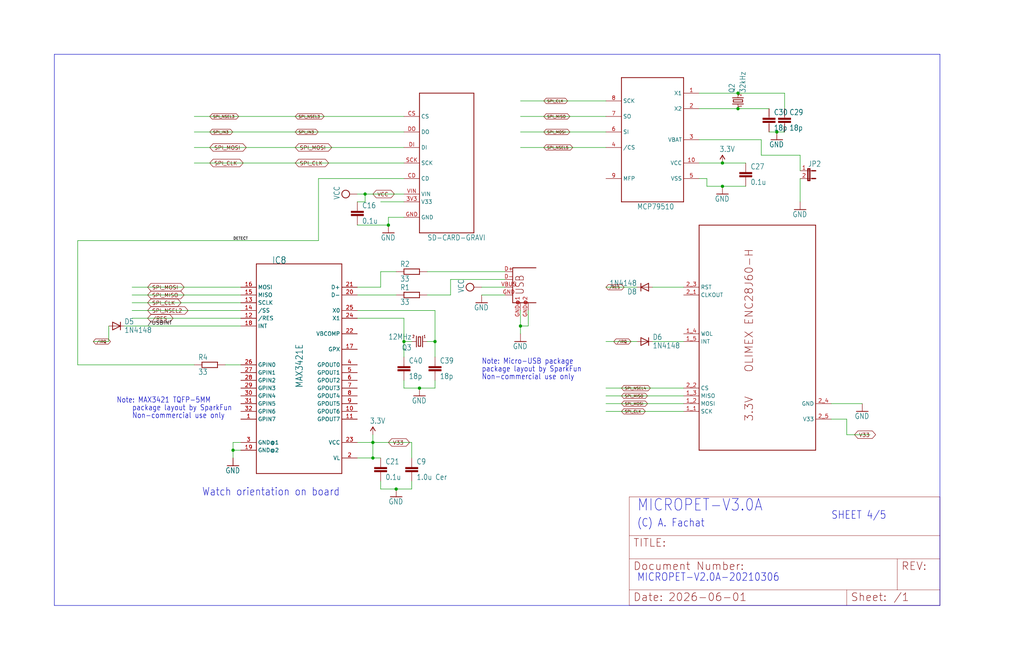
<source format=kicad_sch>
(kicad_sch (version 20231120) (generator "eeschema") (generator_version "8.0")
  (paper "User" 334.823 218.592)
  (lib_symbols
    (symbol "micropet_v3-eagle-import:3.3V" (power)
      (property "Value" "3.3V" (at -1.016 3.556 0))
      (symbol "3.3V_1_0"
        (polyline (pts (xy 0 2.54) (xy -0.762 1.27)) (stroke (width 0.254)))
        (polyline (pts (xy 0.762 1.27) (xy 0 2.54)) (stroke (width 0.254)))
        (pin power_in line (at 0 0 90) (length 2.54) (name "3.3V") (number "1"))
      )
    )
    (symbol "micropet_v3-eagle-import:C-EUC0603"
      (property "Reference" "C" (at 1.524 0.381 0))
      (symbol "C-EUC0603_1_0"
        (rectangle (start -2.032 -2.032) (end 2.032 -1.524) (fill (type outline)))
        (rectangle (start -2.032 -1.016) (end 2.032 -0.508) (fill (type outline)))
        (polyline (pts (xy 0 -2.54) (xy 0 -2.032)) (stroke (width 0.1524)))
        (polyline (pts (xy 0 0) (xy 0 -0.508)) (stroke (width 0.1524)))
        (pin passive line (at 0 2.54 270) (length 2.54) (name "1") (number "1"))
        (pin passive line (at 0 -5.08 90) (length 2.54) (name "2") (number "2"))
      )
    )
    (symbol "micropet_v3-eagle-import:CRYSTALHC49S"
      (property "Reference" "Q" (at 2.54 1.016 0))
      (symbol "CRYSTALHC49S_1_0"
        (polyline (pts (xy -2.54 0) (xy -1.016 0)) (stroke (width 0.1524)))
        (polyline (pts (xy -1.016 1.778) (xy -1.016 -1.778)) (stroke (width 0.254)))
        (polyline (pts (xy -0.381 -1.524) (xy 0.381 -1.524)) (stroke (width 0.254)))
        (polyline (pts (xy -0.381 1.524) (xy -0.381 -1.524)) (stroke (width 0.254)))
        (polyline (pts (xy 0.381 -1.524) (xy 0.381 1.524)) (stroke (width 0.254)))
        (polyline (pts (xy 0.381 1.524) (xy -0.381 1.524)) (stroke (width 0.254)))
        (polyline (pts (xy 1.016 0) (xy 2.54 0)) (stroke (width 0.1524)))
        (polyline (pts (xy 1.016 1.778) (xy 1.016 -1.778)) (stroke (width 0.254)))
        (text "1" (at -2.159 -1.143 0) (effects (font (size 0.8636 0.734)) (justify left bottom)))
        (text "2" (at 1.524 -1.143 0) (effects (font (size 0.8636 0.734)) (justify left bottom)))
        (pin passive line (at -2.54 0 0) (length 0) (name "1") (number "1"))
        (pin passive line (at 2.54 0 180) (length 0) (name "2") (number "2"))
      )
    )
    (symbol "micropet_v3-eagle-import:CRYSTALTC26H"
      (property "Reference" "Q" (at 2.54 1.016 0))
      (symbol "CRYSTALTC26H_1_0"
        (polyline (pts (xy -2.54 0) (xy -1.016 0)) (stroke (width 0.1524)))
        (polyline (pts (xy -1.016 1.778) (xy -1.016 -1.778)) (stroke (width 0.254)))
        (polyline (pts (xy -0.381 -1.524) (xy 0.381 -1.524)) (stroke (width 0.254)))
        (polyline (pts (xy -0.381 1.524) (xy -0.381 -1.524)) (stroke (width 0.254)))
        (polyline (pts (xy 0.381 -1.524) (xy 0.381 1.524)) (stroke (width 0.254)))
        (polyline (pts (xy 0.381 1.524) (xy -0.381 1.524)) (stroke (width 0.254)))
        (polyline (pts (xy 1.016 0) (xy 2.54 0)) (stroke (width 0.1524)))
        (polyline (pts (xy 1.016 1.778) (xy 1.016 -1.778)) (stroke (width 0.254)))
        (text "1" (at -2.159 -1.143 0) (effects (font (size 0.8636 0.734)) (justify left bottom)))
        (text "2" (at 1.524 -1.143 0) (effects (font (size 0.8636 0.734)) (justify left bottom)))
        (pin passive line (at -2.54 0 0) (length 0) (name "1") (number "1"))
        (pin passive line (at 2.54 0 180) (length 0) (name "2") (number "2"))
      )
    )
    (symbol "micropet_v3-eagle-import:DIODE-D-5"
      (property "Reference" "D" (at 2.54 0.4826 0))
      (symbol "DIODE-D-5_1_0"
        (polyline (pts (xy -1.27 -1.27) (xy 1.27 0)) (stroke (width 0.254)))
        (polyline (pts (xy -1.27 1.27) (xy -1.27 -1.27)) (stroke (width 0.254)))
        (polyline (pts (xy 1.27 0) (xy -1.27 1.27)) (stroke (width 0.254)))
        (polyline (pts (xy 1.27 0) (xy 1.27 -1.27)) (stroke (width 0.254)))
        (polyline (pts (xy 1.27 1.27) (xy 1.27 0)) (stroke (width 0.254)))
        (pin passive line (at -2.54 0 0) (length 2.54) (name "A") (number "A"))
        (pin passive line (at 2.54 0 180) (length 2.54) (name "C") (number "C"))
      )
    )
    (symbol "micropet_v3-eagle-import:DOCFIELD"
      (symbol "DOCFIELD_1_0"
        (polyline (pts (xy 0 0) (xy 0 5.08)) (stroke (width 0.1016)))
        (polyline (pts (xy 0 0) (xy 71.12 0)) (stroke (width 0.1016)))
        (polyline (pts (xy 0 5.08) (xy 0 15.24)) (stroke (width 0.1016)))
        (polyline (pts (xy 0 5.08) (xy 71.12 5.08)) (stroke (width 0.1016)))
        (polyline (pts (xy 0 15.24) (xy 0 22.86)) (stroke (width 0.1016)))
        (polyline (pts (xy 0 22.86) (xy 0 35.56)) (stroke (width 0.1016)))
        (polyline (pts (xy 0 22.86) (xy 101.6 22.86)) (stroke (width 0.1016)))
        (polyline (pts (xy 71.12 0) (xy 101.6 0)) (stroke (width 0.1016)))
        (polyline (pts (xy 71.12 5.08) (xy 71.12 0)) (stroke (width 0.1016)))
        (polyline (pts (xy 71.12 5.08) (xy 87.63 5.08)) (stroke (width 0.1016)))
        (polyline (pts (xy 87.63 5.08) (xy 101.6 5.08)) (stroke (width 0.1016)))
        (polyline (pts (xy 87.63 15.24) (xy 0 15.24)) (stroke (width 0.1016)))
        (polyline (pts (xy 87.63 15.24) (xy 87.63 5.08)) (stroke (width 0.1016)))
        (polyline (pts (xy 101.6 5.08) (xy 101.6 0)) (stroke (width 0.1016)))
        (polyline (pts (xy 101.6 15.24) (xy 87.63 15.24)) (stroke (width 0.1016)))
        (polyline (pts (xy 101.6 15.24) (xy 101.6 5.08)) (stroke (width 0.1016)))
        (polyline (pts (xy 101.6 22.86) (xy 101.6 15.24)) (stroke (width 0.1016)))
        (polyline (pts (xy 101.6 35.56) (xy 0 35.56)) (stroke (width 0.1016)))
        (polyline (pts (xy 101.6 35.56) (xy 101.6 22.86)) (stroke (width 0.1016)))
        (text "${#}/${##}" (at 86.36 1.27 0) (effects (font (size 2.54 2.54)) (justify left bottom)))
        (text "${CURRENT_DATE}" (at 12.7 1.27 0) (effects (font (size 2.54 2.54)) (justify left bottom)))
        (text "${PROJECTNAME}" (at 17.78 19.05 0) (effects (font (size 2.54 2.54)) (justify left bottom)))
        (text "Date:" (at 1.27 1.27 0) (effects (font (size 2.54 2.54)) (justify left bottom)))
        (text "Document Number:" (at 1.27 11.43 0) (effects (font (size 2.54 2.54)) (justify left bottom)))
        (text "REV:" (at 88.9 11.43 0) (effects (font (size 2.54 2.54)) (justify left bottom)))
        (text "Sheet:" (at 72.39 1.27 0) (effects (font (size 2.54 2.54)) (justify left bottom)))
        (text "TITLE:" (at 1.27 19.05 0) (effects (font (size 2.54 2.54)) (justify left bottom)))
      )
    )
    (symbol "micropet_v3-eagle-import:ETHOLIENC"
      (symbol "ETHOLIENC_1_0"
        (polyline (pts (xy -17.78 -35.56) (xy -17.78 38.1)) (stroke (width 0.254)))
        (polyline (pts (xy -17.78 38.1) (xy 20.32 38.1)) (stroke (width 0.254)))
        (polyline (pts (xy 20.32 -35.56) (xy -17.78 -35.56)) (stroke (width 0.254)))
        (polyline (pts (xy 20.32 38.1) (xy 20.32 -35.56)) (stroke (width 0.254)))
        (text "3.3V" (at 2.54 20.32 900) (effects (font (size 2.54 2.54)) (justify left bottom)))
        (text "OLIMEX ENC28J60-H" (at 2.54 -27.94 900) (effects (font (size 2.54 2.54)) (justify left bottom)))
        (pin bidirectional line (at 25.4 25.4 180) (length 5.08) (name "SCK") (number "1_1"))
        (pin bidirectional line (at 25.4 22.86 180) (length 5.08) (name "MOSI") (number "1_2"))
        (pin bidirectional line (at 25.4 20.32 180) (length 5.08) (name "MISO") (number "1_3"))
        (pin bidirectional line (at 25.4 0 180) (length 5.08) (name "WOL") (number "1_4"))
        (pin bidirectional line (at 25.4 2.54 180) (length 5.08) (name "INT") (number "1_5"))
        (pin bidirectional line (at 25.4 -12.7 180) (length 5.08) (name "CLKOUT") (number "2_1"))
        (pin bidirectional line (at 25.4 17.78 180) (length 5.08) (name "CS") (number "2_2"))
        (pin bidirectional line (at 25.4 -15.24 180) (length 5.08) (name "RST") (number "2_3"))
        (pin bidirectional line (at -22.86 22.86 0) (length 5.08) (name "GND") (number "2_4"))
        (pin bidirectional line (at -22.86 27.94 0) (length 5.08) (name "V33") (number "2_5"))
      )
    )
    (symbol "micropet_v3-eagle-import:GND" (power)
      (property "Value" "GND" (at -2.54 -2.54 0))
      (symbol "GND_1_0"
        (polyline (pts (xy -1.905 0) (xy 1.905 0)) (stroke (width 0.254)))
        (pin power_in line (at 0 2.54 270) (length 2.54) (name "GND") (number "1"))
      )
    )
    (symbol "micropet_v3-eagle-import:JP1E"
      (property "Reference" "JP" (at -1.27 0 90))
      (symbol "JP1E_1_0"
        (polyline (pts (xy -0.635 0) (xy 3.175 0)) (stroke (width 0.4064)))
        (polyline (pts (xy -0.635 0.635) (xy -0.635 0)) (stroke (width 0.4064)))
        (polyline (pts (xy 0 0) (xy 0 1.27)) (stroke (width 0.1524)))
        (polyline (pts (xy 0 2.54) (xy 0 1.27)) (stroke (width 0.4064)))
        (polyline (pts (xy 2.54 0) (xy 2.54 1.27)) (stroke (width 0.1524)))
        (polyline (pts (xy 2.54 2.54) (xy 2.54 1.27)) (stroke (width 0.4064)))
        (polyline (pts (xy 3.175 0) (xy 3.175 0.635)) (stroke (width 0.4064)))
        (polyline (pts (xy 3.175 0.635) (xy -0.635 0.635)) (stroke (width 0.4064)))
        (pin passive line (at 0 -2.54 90) (length 2.54) (name "1") (number "1"))
        (pin passive line (at 2.54 -2.54 90) (length 2.54) (name "2") (number "2"))
      )
    )
    (symbol "micropet_v3-eagle-import:MAX3421E"
      (property "Reference" "IC" (at -15.24 22.86 0))
      (symbol "MAX3421E_1_0"
        (polyline (pts (xy -20.32 -45.72) (xy -20.32 22.86)) (stroke (width 0.254)))
        (polyline (pts (xy -20.32 22.86) (xy 7.62 22.86)) (stroke (width 0.254)))
        (polyline (pts (xy 7.62 -45.72) (xy -20.32 -45.72)) (stroke (width 0.254)))
        (polyline (pts (xy 7.62 22.86) (xy 7.62 -45.72)) (stroke (width 0.254)))
        (pin input line (at -25.4 -27.94 0) (length 5.08) (name "GPIN7") (number "1"))
        (pin output line (at 12.7 -25.4 180) (length 5.08) (name "GPOUT6") (number "10"))
        (pin output line (at 12.7 -27.94 180) (length 5.08) (name "GPOUT7") (number "11"))
        (pin input line (at -25.4 5.08 0) (length 5.08) (name "/RES") (number "12"))
        (pin input line (at -25.4 10.16 0) (length 5.08) (name "SCLK") (number "13"))
        (pin input line (at -25.4 7.62 0) (length 5.08) (name "/SS") (number "14"))
        (pin output line (at -25.4 12.7 0) (length 5.08) (name "MISO") (number "15"))
        (pin input line (at -25.4 15.24 0) (length 5.08) (name "MOSI") (number "16"))
        (pin bidirectional line (at 12.7 -5.08 180) (length 5.08) (name "GPX") (number "17"))
        (pin output line (at -25.4 2.54 0) (length 5.08) (name "INT") (number "18"))
        (pin power_in line (at -25.4 -38.1 0) (length 5.08) (name "GND@2") (number "19"))
        (pin power_in line (at 12.7 -40.64 180) (length 5.08) (name "VL") (number "2"))
        (pin bidirectional line (at 12.7 12.7 180) (length 5.08) (name "D-") (number "20"))
        (pin bidirectional line (at 12.7 15.24 180) (length 5.08) (name "D+") (number "21"))
        (pin bidirectional line (at 12.7 0 180) (length 5.08) (name "VBCOMP") (number "22"))
        (pin power_in line (at 12.7 -35.56 180) (length 5.08) (name "VCC") (number "23"))
        (pin bidirectional line (at 12.7 5.08 180) (length 5.08) (name "X1") (number "24"))
        (pin bidirectional line (at 12.7 7.62 180) (length 5.08) (name "X0") (number "25"))
        (pin input line (at -25.4 -10.16 0) (length 5.08) (name "GPIN0") (number "26"))
        (pin input line (at -25.4 -12.7 0) (length 5.08) (name "GPIN1") (number "27"))
        (pin input line (at -25.4 -15.24 0) (length 5.08) (name "GPIN2") (number "28"))
        (pin input line (at -25.4 -17.78 0) (length 5.08) (name "GPIN3") (number "29"))
        (pin power_in line (at -25.4 -35.56 0) (length 5.08) (name "GND@1") (number "3"))
        (pin input line (at -25.4 -20.32 0) (length 5.08) (name "GPIN4") (number "30"))
        (pin input line (at -25.4 -22.86 0) (length 5.08) (name "GPIN5") (number "31"))
        (pin input line (at -25.4 -25.4 0) (length 5.08) (name "GPIN6") (number "32"))
        (pin output line (at 12.7 -10.16 180) (length 5.08) (name "GPOUT0") (number "4"))
        (pin output line (at 12.7 -12.7 180) (length 5.08) (name "GPOUT1") (number "5"))
        (pin output line (at 12.7 -15.24 180) (length 5.08) (name "GPOUT2") (number "6"))
        (pin output line (at 12.7 -17.78 180) (length 5.08) (name "GPOUT3") (number "7"))
        (pin output line (at 12.7 -20.32 180) (length 5.08) (name "GPOUT4") (number "8"))
        (pin output line (at 12.7 -22.86 180) (length 5.08) (name "GPOUT5") (number "9"))
      )
    )
    (symbol "micropet_v3-eagle-import:MCP79510"
      (symbol "MCP79510_1_0"
        (polyline (pts (xy -10.16 -22.86) (xy -10.16 17.78)) (stroke (width 0.254)))
        (polyline (pts (xy -10.16 17.78) (xy 10.16 17.78)) (stroke (width 0.254)))
        (polyline (pts (xy 10.16 -22.86) (xy -10.16 -22.86)) (stroke (width 0.254)))
        (polyline (pts (xy 10.16 17.78) (xy 10.16 -22.86)) (stroke (width 0.254)))
        (pin bidirectional line (at 15.24 12.7 180) (length 5.08) (name "X1") (number "1"))
        (pin bidirectional line (at 15.24 -10.16 180) (length 5.08) (name "VCC") (number "10"))
        (pin bidirectional line (at 15.24 7.62 180) (length 5.08) (name "X2") (number "2"))
        (pin bidirectional line (at 15.24 -2.54 180) (length 5.08) (name "VBAT") (number "3"))
        (pin bidirectional line (at -15.24 -5.08 0) (length 5.08) (name "/CS") (number "4"))
        (pin bidirectional line (at 15.24 -15.24 180) (length 5.08) (name "VSS") (number "5"))
        (pin bidirectional line (at -15.24 0 0) (length 5.08) (name "SI") (number "6"))
        (pin bidirectional line (at -15.24 5.08 0) (length 5.08) (name "SO") (number "7"))
        (pin bidirectional line (at -15.24 10.16 0) (length 5.08) (name "SCK") (number "8"))
        (pin bidirectional line (at -15.24 -15.24 0) (length 5.08) (name "MFP") (number "9"))
      )
    )
    (symbol "micropet_v3-eagle-import:R-EU_0204/7"
      (property "Reference" "R" (at -3.81 1.4986 0))
      (symbol "R-EU_0204/7_1_0"
        (polyline (pts (xy -2.54 -0.889) (xy -2.54 0.889)) (stroke (width 0.254)))
        (polyline (pts (xy -2.54 -0.889) (xy 2.54 -0.889)) (stroke (width 0.254)))
        (polyline (pts (xy 2.54 -0.889) (xy 2.54 0.889)) (stroke (width 0.254)))
        (polyline (pts (xy 2.54 0.889) (xy -2.54 0.889)) (stroke (width 0.254)))
        (pin passive line (at -5.08 0 0) (length 2.54) (name "1") (number "1"))
        (pin passive line (at 5.08 0 180) (length 2.54) (name "2") (number "2"))
      )
    )
    (symbol "micropet_v3-eagle-import:SD-CARD-GRAVI"
      (symbol "SD-CARD-GRAVI_1_0"
        (polyline (pts (xy -7.62 -22.86) (xy -7.62 22.86)) (stroke (width 0.254)))
        (polyline (pts (xy -7.62 22.86) (xy 10.16 22.86)) (stroke (width 0.254)))
        (polyline (pts (xy 10.16 -22.86) (xy -7.62 -22.86)) (stroke (width 0.254)))
        (polyline (pts (xy 10.16 22.86) (xy 10.16 -22.86)) (stroke (width 0.254)))
        (pin power_in line (at -12.7 -12.7 0) (length 5.08) (name "V33") (number "3V3"))
        (pin input line (at -12.7 -5.08 0) (length 5.08) (name "CD") (number "CD"))
        (pin bidirectional line (at -12.7 15.24 0) (length 5.08) (name "CS") (number "CS"))
        (pin input line (at -12.7 5.08 0) (length 5.08) (name "DI") (number "DI"))
        (pin bidirectional line (at -12.7 10.16 0) (length 5.08) (name "DO") (number "DO"))
        (pin power_in line (at -12.7 -17.78 0) (length 5.08) (name "GND") (number "GND"))
        (pin input line (at -12.7 0 0) (length 5.08) (name "SCK") (number "SCK"))
        (pin power_in line (at -12.7 -10.16 0) (length 5.08) (name "VIN") (number "VIN"))
      )
    )
    (symbol "micropet_v3-eagle-import:USB-A-H"
      (symbol "USB-A-H_1_0"
        (polyline (pts (xy 0 -2.54) (xy 7.62 -2.54)) (stroke (width 0.254)))
        (polyline (pts (xy 0 8.89) (xy 0 -2.54)) (stroke (width 0.254)))
        (polyline (pts (xy 7.62 8.89) (xy 0 8.89)) (stroke (width 0.254)))
        (text "USB" (at 3.81 0 900) (effects (font (size 2.54 2.159)) (justify left bottom)))
        (pin bidirectional line (at -2.54 7.62 0) (length 2.54) (name "D+") (number "D+"))
        (pin bidirectional line (at -2.54 5.08 0) (length 2.54) (name "D-") (number "D-"))
        (pin bidirectional line (at -2.54 0 0) (length 2.54) (name "GND") (number "GND"))
        (pin bidirectional line (at 2.54 -5.08 90) (length 2.54) (name "GND@1") (number "GND@1"))
        (pin bidirectional line (at 5.08 -5.08 90) (length 2.54) (name "GND@2") (number "GND@2"))
        (pin bidirectional line (at -2.54 2.54 0) (length 2.54) (name "VBUS") (number "VBUS"))
      )
    )
    (symbol "micropet_v3-eagle-import:VCC" (power)
      (property "Value" "VCC" (at -1.905 3.175 0))
      (symbol "VCC_1_0"
        (circle (center 0 1.27) (radius 1.27) (stroke (width 0.254)))
        (pin power_in line (at 0 -2.54 90) (length 2.54) (name "VCC") (number "1"))
      )
    )
  )
  (junction (at 241.3 30.48))
  (junction (at 129.54 160.02))
  (junction (at 142.24 111.76))
  (junction (at 236.22 60.96))
  (junction (at 76.2 147.32))
  (junction (at 127 73.66))
  (junction (at 254 43.18))
  (junction (at 132.08 111.76))
  (junction (at 121.92 144.78))
  (junction (at 236.22 53.34))
  (junction (at 137.16 127))
  (junction (at 241.3 35.56))
  (junction (at 170.18 106.68))
  (junction (at 121.92 149.86))
  (junction (at 119.38 63.5))
  (wire (pts (xy 121.92 149.86) (xy 121.92 144.78)) (stroke (width 0.1524)))
  (wire (pts (xy 276.86 137.16) (xy 276.86 142.24)) (stroke (width 0.1524)))
  (wire (pts (xy 208.28 93.98) (xy 198.12 93.98)) (stroke (width 0.1524)))
  (wire (pts (xy 124.46 93.98) (xy 124.46 88.9)) (stroke (width 0.1524)))
  (wire (pts (xy 147.32 96.52) (xy 147.32 91.44)) (stroke (width 0.1524)))
  (wire (pts (xy 104.14 58.42) (xy 104.14 78.74)) (stroke (width 0.1524)))
  (wire (pts (xy 35.56 111.76) (xy 35.56 106.68)) (stroke (width 0.1524)))
  (wire (pts (xy 78.74 93.98) (xy 43.18 93.98)) (stroke (width 0.1524)))
  (wire (pts (xy 132.08 66.04) (xy 124.46 66.04)) (stroke (width 0.1524)))
  (wire (pts (xy 165.1 96.52) (xy 157.48 96.52)) (stroke (width 0.1524)))
  (wire (pts (xy 116.84 96.52) (xy 129.54 96.52)) (stroke (width 0.1524)))
  (wire (pts (xy 116.84 66.04) (xy 119.38 66.04)) (stroke (width 0.1524)))
  (wire (pts (xy 139.7 111.76) (xy 142.24 111.76)) (stroke (width 0.1524)))
  (wire (pts (xy 121.92 144.78) (xy 134.62 144.78)) (stroke (width 0.1524)))
  (wire (pts (xy 236.22 53.34) (xy 243.84 53.34)) (stroke (width 0.1524)))
  (wire (pts (xy 208.28 111.76) (xy 198.12 111.76)) (stroke (width 0.1524)))
  (wire (pts (xy 223.52 111.76) (xy 213.36 111.76)) (stroke (width 0.1524)))
  (polyline (pts (xy 307.34 17.78) (xy 17.78 17.78)) (stroke (width 0.1524) (type solid)))
  (wire (pts (xy 116.84 93.98) (xy 124.46 93.98)) (stroke (width 0.1524)))
  (wire (pts (xy 132.08 38.1) (xy 63.5 38.1)) (stroke (width 0.1524)))
  (wire (pts (xy 137.16 127) (xy 142.24 127)) (stroke (width 0.1524)))
  (wire (pts (xy 223.52 127) (xy 198.12 127)) (stroke (width 0.1524)))
  (wire (pts (xy 116.84 149.86) (xy 121.92 149.86)) (stroke (width 0.1524)))
  (wire (pts (xy 116.84 104.14) (xy 132.08 104.14)) (stroke (width 0.1524)))
  (wire (pts (xy 134.62 111.76) (xy 132.08 111.76)) (stroke (width 0.1524)))
  (wire (pts (xy 134.62 160.02) (xy 134.62 157.48)) (stroke (width 0.1524)))
  (wire (pts (xy 78.74 104.14) (xy 43.18 104.14)) (stroke (width 0.1524)))
  (wire (pts (xy 223.52 129.54) (xy 198.12 129.54)) (stroke (width 0.1524)))
  (wire (pts (xy 142.24 101.6) (xy 142.24 111.76)) (stroke (width 0.1524)))
  (wire (pts (xy 228.6 58.42) (xy 231.14 58.42)) (stroke (width 0.1524)))
  (wire (pts (xy 271.78 137.16) (xy 276.86 137.16)) (stroke (width 0.1524)))
  (polyline (pts (xy 17.78 198.12) (xy 307.34 198.12)) (stroke (width 0.1524) (type solid)))
  (wire (pts (xy 127 71.12) (xy 127 73.66)) (stroke (width 0.1524)))
  (wire (pts (xy 142.24 111.76) (xy 142.24 116.84)) (stroke (width 0.1524)))
  (wire (pts (xy 228.6 35.56) (xy 241.3 35.56)) (stroke (width 0.1524)))
  (wire (pts (xy 121.92 144.78) (xy 121.92 142.24)) (stroke (width 0.1524)))
  (wire (pts (xy 228.6 45.72) (xy 248.92 45.72)) (stroke (width 0.1524)))
  (wire (pts (xy 256.54 30.48) (xy 256.54 35.56)) (stroke (width 0.1524)))
  (wire (pts (xy 157.48 93.98) (xy 165.1 93.98)) (stroke (width 0.1524)))
  (wire (pts (xy 172.72 106.68) (xy 170.18 106.68)) (stroke (width 0.1524)))
  (wire (pts (xy 147.32 91.44) (xy 165.1 91.44)) (stroke (width 0.1524)))
  (polyline (pts (xy 307.34 198.12) (xy 307.34 17.78)) (stroke (width 0.1524) (type solid)))
  (wire (pts (xy 78.74 119.38) (xy 73.66 119.38)) (stroke (width 0.1524)))
  (wire (pts (xy 142.24 127) (xy 142.24 124.46)) (stroke (width 0.1524)))
  (wire (pts (xy 134.62 144.78) (xy 134.62 149.86)) (stroke (width 0.1524)))
  (wire (pts (xy 25.4 119.38) (xy 25.4 78.74)) (stroke (width 0.1524)))
  (wire (pts (xy 132.08 58.42) (xy 104.14 58.42)) (stroke (width 0.1524)))
  (wire (pts (xy 139.7 96.52) (xy 147.32 96.52)) (stroke (width 0.1524)))
  (wire (pts (xy 35.56 111.76) (xy 30.48 111.76)) (stroke (width 0.1524)))
  (wire (pts (xy 78.74 99.06) (xy 43.18 99.06)) (stroke (width 0.1524)))
  (wire (pts (xy 127 73.66) (xy 116.84 73.66)) (stroke (width 0.1524)))
  (wire (pts (xy 228.6 30.48) (xy 241.3 30.48)) (stroke (width 0.1524)))
  (wire (pts (xy 132.08 127) (xy 137.16 127)) (stroke (width 0.1524)))
  (wire (pts (xy 63.5 119.38) (xy 25.4 119.38)) (stroke (width 0.1524)))
  (wire (pts (xy 251.46 43.18) (xy 254 43.18)) (stroke (width 0.1524)))
  (wire (pts (xy 241.3 30.48) (xy 256.54 30.48)) (stroke (width 0.1524)))
  (wire (pts (xy 198.12 43.18) (xy 170.18 43.18)) (stroke (width 0.1524)))
  (wire (pts (xy 231.14 58.42) (xy 231.14 60.96)) (stroke (width 0.1524)))
  (wire (pts (xy 223.52 132.08) (xy 198.12 132.08)) (stroke (width 0.1524)))
  (wire (pts (xy 172.72 101.6) (xy 172.72 106.68)) (stroke (width 0.1524)))
  (wire (pts (xy 170.18 106.68) (xy 170.18 101.6)) (stroke (width 0.1524)))
  (wire (pts (xy 236.22 60.96) (xy 243.84 60.96)) (stroke (width 0.1524)))
  (wire (pts (xy 76.2 147.32) (xy 76.2 149.86)) (stroke (width 0.1524)))
  (wire (pts (xy 78.74 144.78) (xy 76.2 144.78)) (stroke (width 0.1524)))
  (wire (pts (xy 116.84 144.78) (xy 121.92 144.78)) (stroke (width 0.1524)))
  (wire (pts (xy 241.3 35.56) (xy 251.46 35.56)) (stroke (width 0.1524)))
  (wire (pts (xy 198.12 33.02) (xy 170.18 33.02)) (stroke (width 0.1524)))
  (wire (pts (xy 223.52 93.98) (xy 213.36 93.98)) (stroke (width 0.1524)))
  (wire (pts (xy 124.46 157.48) (xy 124.46 160.02)) (stroke (width 0.1524)))
  (wire (pts (xy 119.38 63.5) (xy 116.84 63.5)) (stroke (width 0.1524)))
  (wire (pts (xy 124.46 88.9) (xy 129.54 88.9)) (stroke (width 0.1524)))
  (wire (pts (xy 132.08 71.12) (xy 127 71.12)) (stroke (width 0.1524)))
  (wire (pts (xy 78.74 96.52) (xy 43.18 96.52)) (stroke (width 0.1524)))
  (wire (pts (xy 78.74 147.32) (xy 76.2 147.32)) (stroke (width 0.1524)))
  (wire (pts (xy 25.4 78.74) (xy 104.14 78.74)) (stroke (width 0.1524)))
  (wire (pts (xy 78.74 101.6) (xy 43.18 101.6)) (stroke (width 0.1524)))
  (wire (pts (xy 78.74 106.68) (xy 40.64 106.68)) (stroke (width 0.1524)))
  (wire (pts (xy 231.14 60.96) (xy 236.22 60.96)) (stroke (width 0.1524)))
  (wire (pts (xy 254 43.18) (xy 256.54 43.18)) (stroke (width 0.1524)))
  (wire (pts (xy 121.92 149.86) (xy 124.46 149.86)) (stroke (width 0.1524)))
  (wire (pts (xy 124.46 160.02) (xy 129.54 160.02)) (stroke (width 0.1524)))
  (wire (pts (xy 116.84 101.6) (xy 142.24 101.6)) (stroke (width 0.1524)))
  (wire (pts (xy 76.2 144.78) (xy 76.2 147.32)) (stroke (width 0.1524)))
  (wire (pts (xy 261.62 66.04) (xy 261.62 58.42)) (stroke (width 0.1524)))
  (wire (pts (xy 132.08 111.76) (xy 132.08 116.84)) (stroke (width 0.1524)))
  (wire (pts (xy 228.6 53.34) (xy 236.22 53.34)) (stroke (width 0.1524)))
  (wire (pts (xy 198.12 48.26) (xy 170.18 48.26)) (stroke (width 0.1524)))
  (wire (pts (xy 132.08 43.18) (xy 63.5 43.18)) (stroke (width 0.1524)))
  (wire (pts (xy 248.92 50.8) (xy 261.62 50.8)) (stroke (width 0.1524)))
  (wire (pts (xy 132.08 111.76) (xy 132.08 104.14)) (stroke (width 0.1524)))
  (wire (pts (xy 170.18 109.22) (xy 170.18 106.68)) (stroke (width 0.1524)))
  (wire (pts (xy 132.08 63.5) (xy 119.38 63.5)) (stroke (width 0.1524)))
  (polyline (pts (xy 17.78 17.78) (xy 17.78 198.12)) (stroke (width 0.1524) (type solid)))
  (wire (pts (xy 139.7 88.9) (xy 165.1 88.9)) (stroke (width 0.1524)))
  (wire (pts (xy 261.62 55.88) (xy 261.62 50.8)) (stroke (width 0.1524)))
  (wire (pts (xy 271.78 132.08) (xy 281.94 132.08)) (stroke (width 0.1524)))
  (wire (pts (xy 223.52 134.62) (xy 198.12 134.62)) (stroke (width 0.1524)))
  (wire (pts (xy 129.54 160.02) (xy 134.62 160.02)) (stroke (width 0.1524)))
  (wire (pts (xy 248.92 45.72) (xy 248.92 50.8)) (stroke (width 0.1524)))
  (wire (pts (xy 132.08 124.46) (xy 132.08 127)) (stroke (width 0.1524)))
  (wire (pts (xy 119.38 66.04) (xy 119.38 63.5)) (stroke (width 0.1524)))
  (wire (pts (xy 132.08 48.26) (xy 63.5 48.26)) (stroke (width 0.1524)))
  (wire (pts (xy 132.08 53.34) (xy 63.5 53.34)) (stroke (width 0.1524)))
  (wire (pts (xy 198.12 38.1) (xy 170.18 38.1)) (stroke (width 0.1524)))
  (wire (pts (xy 276.86 142.24) (xy 284.48 142.24)) (stroke (width 0.1524)))
  (text "Note: MAX3421 TQFP-5MM" (at 38.1 132.08 0) (effects (font (size 1.778 1.5113)) (justify left bottom)))
  (text "MICROPET-V2.0A-20210306" (at 208.28 190.5 0) (effects (font (size 2.54 2.159)) (justify left bottom)))
  (text "package layout by SparkFun" (at 157.48 121.92 0) (effects (font (size 1.778 1.5113)) (justify left bottom)))
  (text "Non-commercial use only" (at 43.18 137.16 0) (effects (font (size 1.778 1.5113)) (justify left bottom)))
  (text "(C) A. Fachat" (at 208.28 172.72 0) (effects (font (size 2.54 2.159)) (justify left bottom)))
  (text "Non-commercial use only" (at 157.48 124.46 0) (effects (font (size 1.778 1.5113)) (justify left bottom)))
  (text "Watch orientation on board~{}" (at 66.04 162.56 0) (effects (font (size 2.54 2.159)) (justify left bottom)))
  (text "MICROPET-V3.0A" (at 208.28 167.64 0) (effects (font (size 3.81 3.2385)) (justify left bottom)))
  (text "Note: Micro-USB package" (at 157.48 119.38 0) (effects (font (size 1.778 1.5113)) (justify left bottom)))
  (text "SHEET 4/5" (at 271.78 170.18 0) (effects (font (size 2.54 2.159)) (justify left bottom)))
  (text "package layout by SparkFun" (at 43.18 134.62 0) (effects (font (size 1.778 1.5113)) (justify left bottom)))
  (label "DETECT" (at 76.2 78.74 0) (effects (font (size 0.889 0.889))))
  (label "/USBINT" (at 48.26 106.68 0) (effects (font (size 1.2446 1.2446))))
  (global_label "SPI_MOSI" (shape bidirectional) (at 96.52 48.26 0) (effects (font (size 1.2446 1.2446))) (property "Intersheetrefs" "${INTERSHEET_REFS}" (effects (hide yes))))
  (global_label "SPI_NSEL3" (shape bidirectional) (at 96.52 38.1 0) (effects (font (size 0.889 0.889))) (property "Intersheetrefs" "${INTERSHEET_REFS}" (effects (hide yes))))
  (global_label "SPI_IN3" (shape bidirectional) (at 68.58 43.18 0) (effects (font (size 0.889 0.889))) (property "Intersheetrefs" "${INTERSHEET_REFS}" (effects (hide yes))))
  (global_label "SPI_MOSI" (shape bidirectional) (at 68.58 48.26 0) (effects (font (size 1.2446 1.2446))) (property "Intersheetrefs" "${INTERSHEET_REFS}" (effects (hide yes))))
  (global_label "SPI_MISO" (shape bidirectional) (at 203.2 129.54 0) (effects (font (size 0.889 0.889))) (property "Intersheetrefs" "${INTERSHEET_REFS}" (effects (hide yes))))
  (global_label "SPI_MOSI" (shape bidirectional) (at 48.26 93.98 0) (effects (font (size 1.2446 1.2446))) (property "Intersheetrefs" "${INTERSHEET_REFS}" (effects (hide yes))))
  (global_label "SPI_MISO" (shape bidirectional) (at 48.26 96.52 0) (effects (font (size 1.2446 1.2446))) (property "Intersheetrefs" "${INTERSHEET_REFS}" (effects (hide yes))))
  (global_label "SPI_CLK" (shape bidirectional) (at 48.26 99.06 0) (effects (font (size 1.2446 1.2446))) (property "Intersheetrefs" "${INTERSHEET_REFS}" (effects (hide yes))))
  (global_label "SPI_CLK" (shape bidirectional) (at 96.52 53.34 0) (effects (font (size 1.2446 1.2446))) (property "Intersheetrefs" "${INTERSHEET_REFS}" (effects (hide yes))))
  (global_label "/IRQ" (shape bidirectional) (at 200.66 111.76 0) (effects (font (size 0.889 0.889))) (property "Intersheetrefs" "${INTERSHEET_REFS}" (effects (hide yes))))
  (global_label "SPI_IN3" (shape bidirectional) (at 96.52 43.18 0) (effects (font (size 0.889 0.889))) (property "Intersheetrefs" "${INTERSHEET_REFS}" (effects (hide yes))))
  (global_label "SPI_NSEL4" (shape bidirectional) (at 203.2 127 0) (effects (font (size 0.889 0.889))) (property "Intersheetrefs" "${INTERSHEET_REFS}" (effects (hide yes))))
  (global_label "SPI_NSEL3" (shape bidirectional) (at 68.58 38.1 0) (effects (font (size 0.889 0.889))) (property "Intersheetrefs" "${INTERSHEET_REFS}" (effects (hide yes))))
  (global_label "SPI_NSEL5" (shape bidirectional) (at 177.8 48.26 0) (effects (font (size 0.889 0.889))) (property "Intersheetrefs" "${INTERSHEET_REFS}" (effects (hide yes))))
  (global_label "VCC" (shape bidirectional) (at 121.92 63.5 0) (effects (font (size 1.2446 1.2446))) (property "Intersheetrefs" "${INTERSHEET_REFS}" (effects (hide yes))))
  (global_label "V33" (shape bidirectional) (at 279.4 142.24 0) (effects (font (size 1.2446 1.2446))) (property "Intersheetrefs" "${INTERSHEET_REFS}" (effects (hide yes))))
  (global_label "SPI_MOSI" (shape bidirectional) (at 177.8 43.18 0) (effects (font (size 0.889 0.889))) (property "Intersheetrefs" "${INTERSHEET_REFS}" (effects (hide yes))))
  (global_label "V33" (shape bidirectional) (at 127 144.78 0) (effects (font (size 1.2446 1.2446))) (property "Intersheetrefs" "${INTERSHEET_REFS}" (effects (hide yes))))
  (global_label "SPI_CLK" (shape bidirectional) (at 177.8 33.02 0) (effects (font (size 0.889 0.889))) (property "Intersheetrefs" "${INTERSHEET_REFS}" (effects (hide yes))))
  (global_label "SPI_CLK" (shape bidirectional) (at 203.2 134.62 0) (effects (font (size 0.889 0.889))) (property "Intersheetrefs" "${INTERSHEET_REFS}" (effects (hide yes))))
  (global_label "/RES" (shape bidirectional) (at 48.26 104.14 0) (effects (font (size 1.2446 1.2446))) (property "Intersheetrefs" "${INTERSHEET_REFS}" (effects (hide yes))))
  (global_label "SPI_MISO" (shape bidirectional) (at 177.8 38.1 0) (effects (font (size 0.889 0.889))) (property "Intersheetrefs" "${INTERSHEET_REFS}" (effects (hide yes))))
  (global_label "SPI_MOSI" (shape bidirectional) (at 203.2 132.08 0) (effects (font (size 0.889 0.889))) (property "Intersheetrefs" "${INTERSHEET_REFS}" (effects (hide yes))))
  (global_label "/RES" (shape bidirectional) (at 198.12 93.98 0) (effects (font (size 0.889 0.889))) (property "Intersheetrefs" "${INTERSHEET_REFS}" (effects (hide yes))))
  (global_label "/IRQ" (shape bidirectional) (at 30.48 111.76 0) (effects (font (size 0.889 0.889))) (property "Intersheetrefs" "${INTERSHEET_REFS}" (effects (hide yes))))
  (global_label "SPI_CLK" (shape bidirectional) (at 68.58 53.34 0) (effects (font (size 1.2446 1.2446))) (property "Intersheetrefs" "${INTERSHEET_REFS}" (effects (hide yes))))
  (global_label "SPI_NSEL2" (shape bidirectional) (at 48.26 101.6 0) (effects (font (size 1.2446 1.2446))) (property "Intersheetrefs" "${INTERSHEET_REFS}" (effects (hide yes))))
  (symbol (lib_id "micropet_v3-eagle-import:R-EU_0204/7") (at 68.58 119.38 0) (unit 1)
    (property "Reference" "R4" (at 64.77 117.8814 0) (effects (font (size 1.778 1.5113)) (justify left bottom)))
    (property "Value" "33" (at 64.77 122.682 0) (effects (font (size 1.778 1.5113)) (justify left bottom)))
    (property "Footprint" "micropet_v3:0204_7" (effects (hide yes)))
  )
  (symbol (lib_id "micropet_v3-eagle-import:MCP79510") (at 213.36 43.18 0) (unit 1)
    (property "Reference" "U$13" (effects (hide yes)))
    (property "Value" "MCP79510" (at 208.28 68.58 0) (effects (font (size 1.778 1.5113)) (justify left bottom)))
    (property "Footprint" "micropet_v3:MSOP10" (effects (hide yes)))
  )
  (symbol (lib_id "micropet_v3-eagle-import:C-EUC0603") (at 124.46 152.4 0) (unit 1)
    (property "Reference" "C21" (at 125.984 152.019 0) (effects (font (size 1.778 1.5113)) (justify left bottom)))
    (property "Value" "0.1u" (at 125.984 157.099 0) (effects (font (size 1.778 1.5113)) (justify left bottom)))
    (property "Footprint" "micropet_v3:C0603" (effects (hide yes)))
  )
  (symbol (lib_id "micropet_v3-eagle-import:C-EUC0603") (at 142.24 119.38 0) (unit 1)
    (property "Reference" "C39" (at 143.764 118.999 0) (effects (font (size 1.778 1.5113)) (justify left bottom)))
    (property "Value" "18p" (at 143.764 124.079 0) (effects (font (size 1.778 1.5113)) (justify left bottom)))
    (property "Footprint" "micropet_v3:C0603" (effects (hide yes)))
  )
  (symbol (lib_id "micropet_v3-eagle-import:CRYSTALTC26H") (at 241.3 33.02 90) (unit 1)
    (property "Reference" "Q2" (at 240.284 30.48 0) (effects (font (size 1.778 1.5113)) (justify left bottom)))
    (property "Value" "32kHz" (at 243.84 30.48 0) (effects (font (size 1.778 1.5113)) (justify left bottom)))
    (property "Footprint" "micropet_v3:TC26H" (effects (hide yes)))
  )
  (symbol (lib_id "micropet_v3-eagle-import:ETHOLIENC") (at 248.92 109.22 180) (unit 1)
    (property "Reference" "U$9" (effects (hide yes)))
    (property "Value" "ETHOLIENC" (effects (hide yes)))
    (property "Footprint" "micropet_v3:ETHOLIENC" (effects (hide yes)))
  )
  (symbol (lib_id "micropet_v3-eagle-import:MAX3421E") (at 104.14 109.22 0) (unit 1)
    (property "Reference" "IC8" (at 88.9 86.36 0) (effects (font (size 2.1844 1.8567)) (justify left bottom)))
    (property "Value" "MAX3421E" (at 99.06 127 90) (effects (font (size 2.1844 1.8567)) (justify left bottom)))
    (property "Footprint" "micropet_v3:TQFP32-5MM" (effects (hide yes)))
  )
  (symbol (lib_id "micropet_v3-eagle-import:VCC") (at 114.3 63.5 90) (unit 1)
    (property "Reference" "#SUPPLY05" (effects (hide yes)))
    (property "Value" "VCC" (at 111.125 65.405 0) (effects (font (size 1.778 1.5113)) (justify left bottom)))
  )
  (symbol (lib_id "micropet_v3-eagle-import:GND") (at 236.22 63.5 0) (unit 1)
    (property "Reference" "#GND043" (effects (hide yes)))
    (property "Value" "GND" (at 233.68 66.04 0) (effects (font (size 1.778 1.5113)) (justify left bottom)))
  )
  (symbol (lib_id "micropet_v3-eagle-import:GND") (at 129.54 162.56 0) (unit 1)
    (property "Reference" "#GND031" (effects (hide yes)))
    (property "Value" "GND" (at 127 165.1 0) (effects (font (size 1.778 1.5113)) (justify left bottom)))
  )
  (symbol (lib_id "micropet_v3-eagle-import:DIODE-D-5") (at 210.82 93.98 180) (unit 1)
    (property "Reference" "D8" (at 208.28 94.4626 0) (effects (font (size 1.778 1.5113)) (justify left bottom)))
    (property "Value" "1N4148" (at 208.28 91.6686 0) (effects (font (size 1.778 1.5113)) (justify left bottom)))
    (property "Footprint" "micropet_v3:D-5" (effects (hide yes)))
  )
  (symbol (lib_id "micropet_v3-eagle-import:USB-A-H") (at 167.64 96.52 0) (unit 1)
    (property "Reference" "USB1" (effects (hide yes)))
    (property "Value" "USB-A-H" (effects (hide yes)))
    (property "Footprint" "micropet_v3:USB-A-H" (effects (hide yes)))
  )
  (symbol (lib_id "micropet_v3-eagle-import:GND") (at 261.62 68.58 0) (unit 1)
    (property "Reference" "#GND045" (effects (hide yes)))
    (property "Value" "GND" (at 259.08 71.12 0) (effects (font (size 1.778 1.5113)) (justify left bottom)))
  )
  (symbol (lib_id "micropet_v3-eagle-import:JP1E") (at 264.16 55.88 270) (unit 1)
    (property "Reference" "JP2" (at 264.16 54.61 90) (effects (font (size 1.778 1.5113)) (justify left bottom)))
    (property "Value" "JP1E" (effects (hide yes)))
    (property "Footprint" "micropet_v3:JP1" (effects (hide yes)))
  )
  (symbol (lib_id "micropet_v3-eagle-import:DIODE-D-5") (at 38.1 106.68 0) (unit 1)
    (property "Reference" "D5" (at 40.64 106.1974 0) (effects (font (size 1.778 1.5113)) (justify left bottom)))
    (property "Value" "1N4148" (at 40.64 108.9914 0) (effects (font (size 1.778 1.5113)) (justify left bottom)))
    (property "Footprint" "micropet_v3:D-5" (effects (hide yes)))
  )
  (symbol (lib_id "micropet_v3-eagle-import:R-EU_0204/7") (at 134.62 96.52 0) (unit 1)
    (property "Reference" "R1" (at 130.81 95.0214 0) (effects (font (size 1.778 1.5113)) (justify left bottom)))
    (property "Value" "33" (at 130.81 99.822 0) (effects (font (size 1.778 1.5113)) (justify left bottom)))
    (property "Footprint" "micropet_v3:0204_7" (effects (hide yes)))
  )
  (symbol (lib_id "micropet_v3-eagle-import:SD-CARD-GRAVI") (at 144.78 53.34 0) (unit 1)
    (property "Reference" "U$12" (effects (hide yes)))
    (property "Value" "SD-CARD-GRAVI" (at 139.7 78.74 0) (effects (font (size 1.778 1.5113)) (justify left bottom)))
    (property "Footprint" "micropet_v3:GRAVITECH-SDCARD" (effects (hide yes)))
  )
  (symbol (lib_id "micropet_v3-eagle-import:C-EUC0603") (at 243.84 55.88 0) (unit 1)
    (property "Reference" "C27" (at 245.364 55.499 0) (effects (font (size 1.778 1.5113)) (justify left bottom)))
    (property "Value" "0.1u" (at 245.364 60.579 0) (effects (font (size 1.778 1.5113)) (justify left bottom)))
    (property "Footprint" "micropet_v3:C0603" (effects (hide yes)))
  )
  (symbol (lib_id "micropet_v3-eagle-import:DIODE-D-5") (at 210.82 111.76 0) (unit 1)
    (property "Reference" "D6" (at 213.36 111.2774 0) (effects (font (size 1.778 1.5113)) (justify left bottom)))
    (property "Value" "1N4148" (at 213.36 114.0714 0) (effects (font (size 1.778 1.5113)) (justify left bottom)))
    (property "Footprint" "micropet_v3:D-5" (effects (hide yes)))
  )
  (symbol (lib_id "micropet_v3-eagle-import:DOCFIELD") (at 205.74 198.12 0) (unit 1)
    (property "Reference" "#FRAME5" (effects (hide yes)))
    (property "Value" "DOCFIELD" (effects (hide yes)))
  )
  (symbol (lib_id "micropet_v3-eagle-import:VCC") (at 154.94 93.98 90) (unit 1)
    (property "Reference" "#SUPPLY03" (effects (hide yes)))
    (property "Value" "VCC" (at 151.765 95.885 0) (effects (font (size 1.778 1.5113)) (justify left bottom)))
  )
  (symbol (lib_id "micropet_v3-eagle-import:GND") (at 281.94 134.62 0) (unit 1)
    (property "Reference" "#GND035" (effects (hide yes)))
    (property "Value" "GND" (at 279.4 137.16 0) (effects (font (size 1.778 1.5113)) (justify left bottom)))
  )
  (symbol (lib_id "micropet_v3-eagle-import:C-EUC0603") (at 116.84 68.58 0) (unit 1)
    (property "Reference" "C16" (at 118.364 68.199 0) (effects (font (size 1.778 1.5113)) (justify left bottom)))
    (property "Value" "0.1u" (at 118.364 73.279 0) (effects (font (size 1.778 1.5113)) (justify left bottom)))
    (property "Footprint" "micropet_v3:C0603" (effects (hide yes)))
  )
  (symbol (lib_id "micropet_v3-eagle-import:GND") (at 137.16 129.54 0) (unit 1)
    (property "Reference" "#GND023" (effects (hide yes)))
    (property "Value" "GND" (at 134.62 132.08 0) (effects (font (size 1.778 1.5113)) (justify left bottom)))
  )
  (symbol (lib_id "micropet_v3-eagle-import:C-EUC0603") (at 251.46 38.1 0) (unit 1)
    (property "Reference" "C30" (at 252.984 37.719 0) (effects (font (size 1.778 1.5113)) (justify left bottom)))
    (property "Value" "18p" (at 252.984 42.799 0) (effects (font (size 1.778 1.5113)) (justify left bottom)))
    (property "Footprint" "micropet_v3:C0603" (effects (hide yes)))
  )
  (symbol (lib_id "micropet_v3-eagle-import:GND") (at 157.48 99.06 0) (unit 1)
    (property "Reference" "#GND033" (effects (hide yes)))
    (property "Value" "GND" (at 154.94 101.6 0) (effects (font (size 1.778 1.5113)) (justify left bottom)))
  )
  (symbol (lib_id "micropet_v3-eagle-import:3.3V") (at 121.92 142.24 0) (unit 1)
    (property "Reference" "#P+04" (effects (hide yes)))
    (property "Value" "3.3V" (at 120.904 138.684 0) (effects (font (size 1.778 1.5113)) (justify left bottom)))
  )
  (symbol (lib_id "micropet_v3-eagle-import:R-EU_0204/7") (at 134.62 88.9 0) (unit 1)
    (property "Reference" "R2" (at 130.81 87.4014 0) (effects (font (size 1.778 1.5113)) (justify left bottom)))
    (property "Value" "33" (at 130.81 92.202 0) (effects (font (size 1.778 1.5113)) (justify left bottom)))
    (property "Footprint" "micropet_v3:0204_7" (effects (hide yes)))
  )
  (symbol (lib_id "micropet_v3-eagle-import:GND") (at 76.2 152.4 0) (unit 1)
    (property "Reference" "#GND018" (effects (hide yes)))
    (property "Value" "GND" (at 73.66 154.94 0) (effects (font (size 1.778 1.5113)) (justify left bottom)))
  )
  (symbol (lib_id "micropet_v3-eagle-import:GND") (at 254 45.72 0) (unit 1)
    (property "Reference" "#GND044" (effects (hide yes)))
    (property "Value" "GND" (at 251.46 48.26 0) (effects (font (size 1.778 1.5113)) (justify left bottom)))
  )
  (symbol (lib_id "micropet_v3-eagle-import:GND") (at 127 76.2 0) (unit 1)
    (property "Reference" "#GND036" (effects (hide yes)))
    (property "Value" "GND" (at 124.46 78.74 0) (effects (font (size 1.778 1.5113)) (justify left bottom)))
  )
  (symbol (lib_id "micropet_v3-eagle-import:C-EUC0603") (at 134.62 152.4 0) (unit 1)
    (property "Reference" "C9" (at 136.144 152.019 0) (effects (font (size 1.778 1.5113)) (justify left bottom)))
    (property "Value" "1.0u Cer" (at 136.144 157.099 0) (effects (font (size 1.778 1.5113)) (justify left bottom)))
    (property "Footprint" "micropet_v3:C0603" (effects (hide yes)))
  )
  (symbol (lib_id "micropet_v3-eagle-import:CRYSTALHC49S") (at 137.16 111.76 180) (unit 1)
    (property "Reference" "Q3" (at 134.62 112.776 0) (effects (font (size 1.778 1.5113)) (justify left bottom)))
    (property "Value" "12MHz" (at 134.62 109.22 0) (effects (font (size 1.778 1.5113)) (justify left bottom)))
    (property "Footprint" "micropet_v3:HC49_S" (effects (hide yes)))
  )
  (symbol (lib_id "micropet_v3-eagle-import:C-EUC0603") (at 132.08 119.38 0) (unit 1)
    (property "Reference" "C40" (at 133.604 118.999 0) (effects (font (size 1.778 1.5113)) (justify left bottom)))
    (property "Value" "18p" (at 133.604 124.079 0) (effects (font (size 1.778 1.5113)) (justify left bottom)))
    (property "Footprint" "micropet_v3:C0603" (effects (hide yes)))
  )
  (symbol (lib_id "micropet_v3-eagle-import:GND") (at 170.18 111.76 0) (unit 1)
    (property "Reference" "#GND034" (effects (hide yes)))
    (property "Value" "GND" (at 167.64 114.3 0) (effects (font (size 1.778 1.5113)) (justify left bottom)))
  )
  (symbol (lib_id "micropet_v3-eagle-import:C-EUC0603") (at 256.54 38.1 0) (unit 1)
    (property "Reference" "C29" (at 258.064 37.719 0) (effects (font (size 1.778 1.5113)) (justify left bottom)))
    (property "Value" "18p" (at 258.064 42.799 0) (effects (font (size 1.778 1.5113)) (justify left bottom)))
    (property "Footprint" "micropet_v3:C0603" (effects (hide yes)))
  )
  (symbol (lib_id "micropet_v3-eagle-import:3.3V") (at 236.22 53.34 0) (unit 1)
    (property "Reference" "#P+02" (effects (hide yes)))
    (property "Value" "3.3V" (at 235.204 49.784 0) (effects (font (size 1.778 1.5113)) (justify left bottom)))
  )
)
</source>
